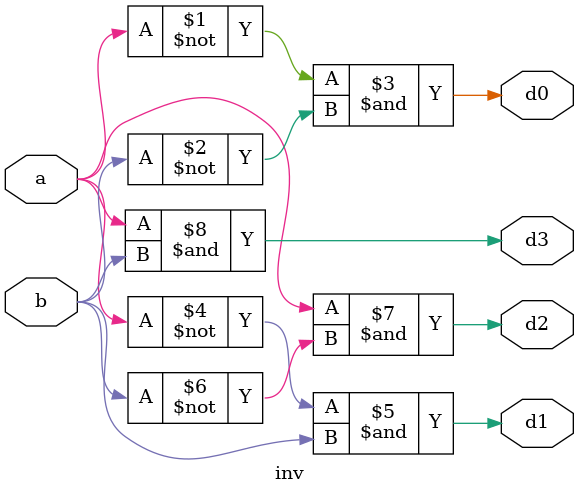
<source format=v>
`timescale 1ns / 1ps

module inv(
    input a,
    input b,
    output d0,
    output d1,
    output d2,
    output d3
);
    
assign d0 = ~a & ~b;
assign d1 = ~a & b;
assign d2 = a & ~b;
assign d3 = a & b;

endmodule
</source>
